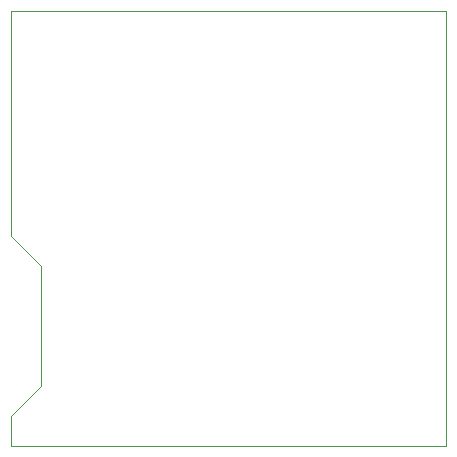
<source format=gbr>
G04 #@! TF.GenerationSoftware,KiCad,Pcbnew,5.1.5+dfsg1-2build2*
G04 #@! TF.CreationDate,2021-01-23T02:19:14+01:00*
G04 #@! TF.ProjectId,edtracker,65647472-6163-46b6-9572-2e6b69636164,rev?*
G04 #@! TF.SameCoordinates,Original*
G04 #@! TF.FileFunction,Other,ECO2*
%FSLAX46Y46*%
G04 Gerber Fmt 4.6, Leading zero omitted, Abs format (unit mm)*
G04 Created by KiCad (PCBNEW 5.1.5+dfsg1-2build2) date 2021-01-23 02:19:14*
%MOMM*%
%LPD*%
G04 APERTURE LIST*
%ADD10C,0.050000*%
G04 APERTURE END LIST*
D10*
X140970000Y-100330000D02*
X140970000Y-119380000D01*
X177800000Y-100330000D02*
X140970000Y-100330000D01*
X177800000Y-137160000D02*
X177800000Y-100330000D01*
X140970000Y-137160000D02*
X177800000Y-137160000D01*
X140970000Y-134620000D02*
X140970000Y-137160000D01*
X143510000Y-132080000D02*
X140970000Y-134620000D01*
X143510000Y-121920000D02*
X143510000Y-132080000D01*
X140970000Y-119380000D02*
X143510000Y-121920000D01*
M02*

</source>
